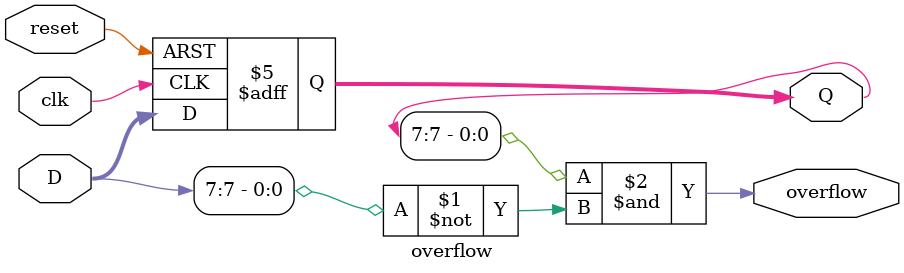
<source format=sv>
module overflow(
    input logic clk,           
    input logic reset,
    input logic [7:0] D,
    output logic [7:0] Q,
    output logic overflow
);    

    assign overflow = Q[7] & ~D[7];

    always_ff @(posedge clk or negedge reset) begin
        if (~reset) begin
            Q <= 8'b0;
        end else begin
            Q <= D;      
        end
    end

endmodule

</source>
